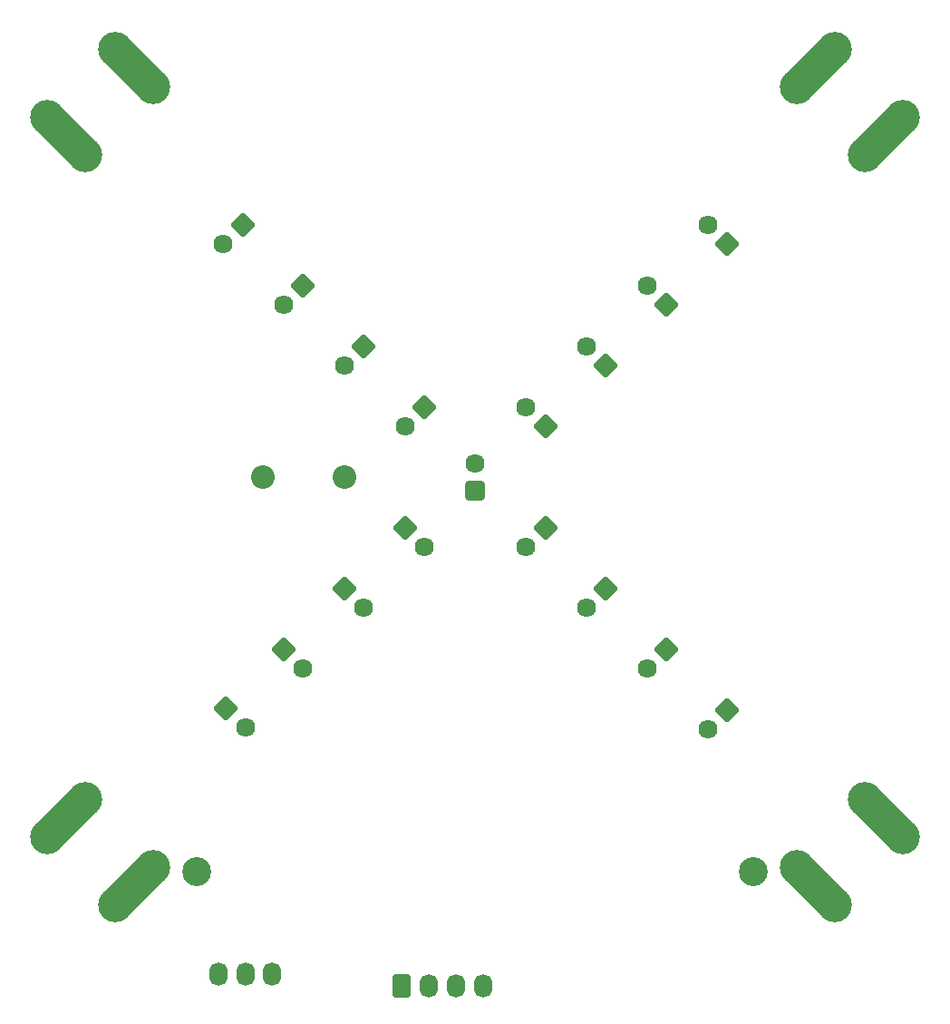
<source format=gbr>
%TF.GenerationSoftware,Altium Limited,Altium Designer,20.1.8 (145)*%
G04 Layer_Color=8388736*
%FSLAX45Y45*%
%MOMM*%
%TF.SameCoordinates,793C4F5F-A07E-474B-A886-B682DA88F124*%
%TF.FilePolarity,Negative*%
%TF.FileFunction,Soldermask,Top*%
%TF.Part,Single*%
G01*
G75*
%TA.AperFunction,ComponentPad*%
%ADD56C,2.70320*%
G04:AMPARAMS|DCode=57|XSize=1.7032mm|YSize=2.2032mm|CornerRadius=0.8516mm|HoleSize=0mm|Usage=FLASHONLY|Rotation=0.000|XOffset=0mm|YOffset=0mm|HoleType=Round|Shape=RoundedRectangle|*
%AMROUNDEDRECTD57*
21,1,1.70320,0.50000,0,0,0.0*
21,1,0.00000,2.20320,0,0,0.0*
1,1,1.70320,0.00000,-0.25000*
1,1,1.70320,0.00000,-0.25000*
1,1,1.70320,0.00000,0.25000*
1,1,1.70320,0.00000,0.25000*
%
%ADD57ROUNDEDRECTD57*%
G04:AMPARAMS|DCode=58|XSize=1.7032mm|YSize=2.2032mm|CornerRadius=0.2516mm|HoleSize=0mm|Usage=FLASHONLY|Rotation=0.000|XOffset=0mm|YOffset=0mm|HoleType=Round|Shape=RoundedRectangle|*
%AMROUNDEDRECTD58*
21,1,1.70320,1.70000,0,0,0.0*
21,1,1.20000,2.20320,0,0,0.0*
1,1,0.50320,0.60000,-0.85000*
1,1,0.50320,-0.60000,-0.85000*
1,1,0.50320,-0.60000,0.85000*
1,1,0.50320,0.60000,0.85000*
%
%ADD58ROUNDEDRECTD58*%
G04:AMPARAMS|DCode=59|XSize=3.2032mm|YSize=8.2032mm|CornerRadius=1.6016mm|HoleSize=0mm|Usage=FLASHONLY|Rotation=45.000|XOffset=0mm|YOffset=0mm|HoleType=Round|Shape=RoundedRectangle|*
%AMROUNDEDRECTD59*
21,1,3.20320,5.00000,0,0,45.0*
21,1,0.00000,8.20320,0,0,45.0*
1,1,3.20320,1.76777,-1.76777*
1,1,3.20320,1.76777,-1.76777*
1,1,3.20320,-1.76777,1.76777*
1,1,3.20320,-1.76777,1.76777*
%
%ADD59ROUNDEDRECTD59*%
%ADD60C,2.20320*%
G04:AMPARAMS|DCode=61|XSize=3.2032mm|YSize=8.2032mm|CornerRadius=1.6016mm|HoleSize=0mm|Usage=FLASHONLY|Rotation=315.000|XOffset=0mm|YOffset=0mm|HoleType=Round|Shape=RoundedRectangle|*
%AMROUNDEDRECTD61*
21,1,3.20320,5.00000,0,0,315.0*
21,1,0.00000,8.20320,0,0,315.0*
1,1,3.20320,-1.76777,-1.76777*
1,1,3.20320,-1.76777,-1.76777*
1,1,3.20320,1.76777,1.76777*
1,1,3.20320,1.76777,1.76777*
%
%ADD61ROUNDEDRECTD61*%
%ADD62C,1.78320*%
G04:AMPARAMS|DCode=63|XSize=1.7832mm|YSize=1.7832mm|CornerRadius=0.2596mm|HoleSize=0mm|Usage=FLASHONLY|Rotation=135.000|XOffset=0mm|YOffset=0mm|HoleType=Round|Shape=RoundedRectangle|*
%AMROUNDEDRECTD63*
21,1,1.78320,1.26400,0,0,135.0*
21,1,1.26400,1.78320,0,0,135.0*
1,1,0.51920,0.00000,0.89378*
1,1,0.51920,0.89378,0.00000*
1,1,0.51920,0.00000,-0.89378*
1,1,0.51920,-0.89378,0.00000*
%
%ADD63ROUNDEDRECTD63*%
G04:AMPARAMS|DCode=64|XSize=1.7832mm|YSize=1.7832mm|CornerRadius=0.2596mm|HoleSize=0mm|Usage=FLASHONLY|Rotation=0.000|XOffset=0mm|YOffset=0mm|HoleType=Round|Shape=RoundedRectangle|*
%AMROUNDEDRECTD64*
21,1,1.78320,1.26400,0,0,0.0*
21,1,1.26400,1.78320,0,0,0.0*
1,1,0.51920,0.63200,-0.63200*
1,1,0.51920,-0.63200,-0.63200*
1,1,0.51920,-0.63200,0.63200*
1,1,0.51920,0.63200,0.63200*
%
%ADD64ROUNDEDRECTD64*%
G04:AMPARAMS|DCode=65|XSize=1.7832mm|YSize=1.7832mm|CornerRadius=0.2596mm|HoleSize=0mm|Usage=FLASHONLY|Rotation=45.000|XOffset=0mm|YOffset=0mm|HoleType=Round|Shape=RoundedRectangle|*
%AMROUNDEDRECTD65*
21,1,1.78320,1.26400,0,0,45.0*
21,1,1.26400,1.78320,0,0,45.0*
1,1,0.51920,0.89378,0.00000*
1,1,0.51920,0.00000,-0.89378*
1,1,0.51920,-0.89378,0.00000*
1,1,0.51920,0.00000,0.89378*
%
%ADD65ROUNDEDRECTD65*%
D56*
X-2603500Y-3683000D02*
D03*
X2596500D02*
D03*
D57*
X71120Y-4752340D02*
D03*
X-182880D02*
D03*
X-436880D02*
D03*
X-2394840Y-4638040D02*
D03*
X-2144840D02*
D03*
X-1894840D02*
D03*
D58*
X-690880Y-4752340D02*
D03*
D59*
X3183570Y-3816431D02*
D03*
X3816431Y-3183570D02*
D03*
X-3816431Y3183570D02*
D03*
X-3183570Y3816431D02*
D03*
D60*
X-1982122Y-3613D02*
D03*
X-1222122D02*
D03*
D61*
X3816431Y3183570D02*
D03*
X3183570Y3816431D02*
D03*
X-3816431Y-3183570D02*
D03*
X-3183570Y-3816431D02*
D03*
D62*
X2172939Y-2352544D02*
D03*
X1607254Y-1786859D02*
D03*
X1041568Y-1221173D02*
D03*
X475883Y-655488D02*
D03*
X0Y127000D02*
D03*
X2172939Y2352544D02*
D03*
X1607254Y1786859D02*
D03*
X475883Y655488D02*
D03*
X1041568Y1221173D02*
D03*
X-655488Y475883D02*
D03*
X-2352544Y2172939D02*
D03*
X-1786859Y1607254D02*
D03*
X-1221173Y1041568D02*
D03*
X-2146300Y-2336800D02*
D03*
X-1607254Y-1786859D02*
D03*
X-475883Y-655488D02*
D03*
X-1041568Y-1221173D02*
D03*
D63*
X2352544Y-2172939D02*
D03*
X1786859Y-1607254D02*
D03*
X1221173Y-1041568D02*
D03*
X655488Y-475883D02*
D03*
X-475883Y655488D02*
D03*
X-2172939Y2352544D02*
D03*
X-1607254Y1786859D02*
D03*
X-1041568Y1221173D02*
D03*
D64*
X0Y-127000D02*
D03*
D65*
X2352544Y2172939D02*
D03*
X1786859Y1607254D02*
D03*
X655488Y475883D02*
D03*
X1221173Y1041568D02*
D03*
X-2325905Y-2157195D02*
D03*
X-1786859Y-1607254D02*
D03*
X-655488Y-475883D02*
D03*
X-1221173Y-1041568D02*
D03*
%TF.MD5,3e307f3448f7276ad9d56559a5ff4973*%
M02*

</source>
